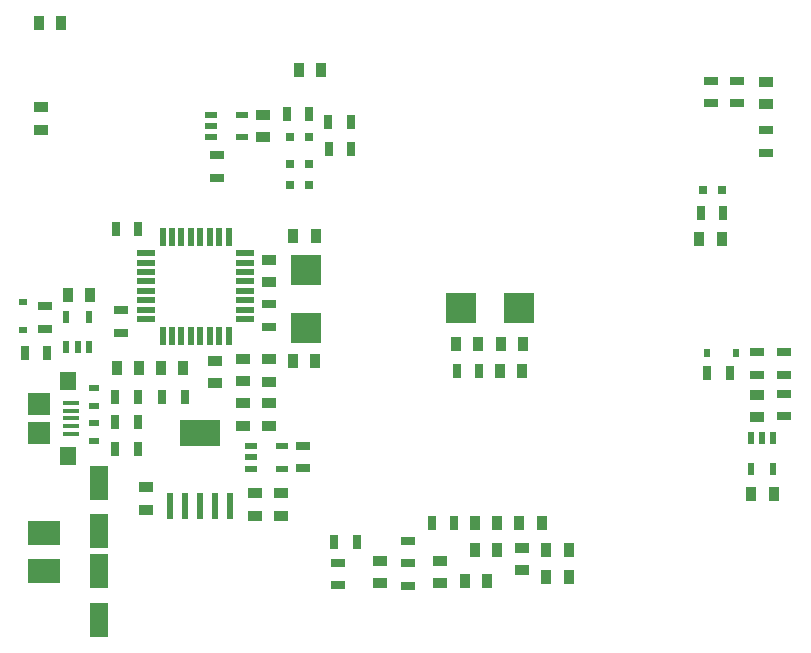
<source format=gtp>
G04*
G04 #@! TF.GenerationSoftware,Altium Limited,Altium Designer,20.1.11 (218)*
G04*
G04 Layer_Color=8421504*
%FSLAX25Y25*%
%MOIN*%
G70*
G04*
G04 #@! TF.SameCoordinates,693C8C31-8EEC-4DF3-A6D9-A21B1C167F78*
G04*
G04*
G04 #@! TF.FilePolarity,Positive*
G04*
G01*
G75*
%ADD14R,0.02700X0.02200*%
%ADD15R,0.02200X0.02700*%
%ADD16R,0.05118X0.02756*%
%ADD17R,0.02756X0.05118*%
%ADD18R,0.07480X0.07480*%
%ADD19R,0.05512X0.06299*%
%ADD20R,0.05315X0.01575*%
%ADD21R,0.03543X0.02362*%
%ADD22R,0.10236X0.09843*%
%ADD23R,0.09843X0.10236*%
%ADD24R,0.04331X0.02362*%
%ADD25R,0.02362X0.04331*%
%ADD26R,0.02362X0.08661*%
%ADD27R,0.13780X0.08661*%
%ADD28R,0.05906X0.02165*%
%ADD29R,0.02165X0.05906*%
%ADD30R,0.10630X0.07874*%
%ADD31R,0.05118X0.03543*%
%ADD32R,0.03543X0.05118*%
%ADD33R,0.03150X0.03150*%
%ADD34R,0.06299X0.11811*%
D14*
X3200Y103400D02*
D03*
Y113000D02*
D03*
D15*
X231100Y96000D02*
D03*
X240700D02*
D03*
D16*
X131400Y18260D02*
D03*
Y25740D02*
D03*
Y33240D02*
D03*
Y25760D02*
D03*
X247900Y88660D02*
D03*
Y96140D02*
D03*
X96358Y57480D02*
D03*
Y64961D02*
D03*
X256700Y82340D02*
D03*
Y74860D02*
D03*
X108100Y25840D02*
D03*
Y18360D02*
D03*
X256700Y88560D02*
D03*
Y96040D02*
D03*
X10400Y103920D02*
D03*
Y111400D02*
D03*
X250800Y162560D02*
D03*
Y170040D02*
D03*
X232400Y186540D02*
D03*
Y179060D02*
D03*
X241000Y186540D02*
D03*
Y179060D02*
D03*
X85200Y104660D02*
D03*
Y112140D02*
D03*
X35900Y110040D02*
D03*
Y102560D02*
D03*
X67700Y154260D02*
D03*
Y161740D02*
D03*
D17*
X49460Y81200D02*
D03*
X56940D02*
D03*
X114340Y33000D02*
D03*
X106860D02*
D03*
X3760Y95800D02*
D03*
X11240D02*
D03*
X236417Y142520D02*
D03*
X228937D02*
D03*
X155140Y89800D02*
D03*
X147660D02*
D03*
X90960Y175600D02*
D03*
X98440D02*
D03*
X231160Y89300D02*
D03*
X238640D02*
D03*
X146840Y39100D02*
D03*
X139360D02*
D03*
X33858Y63976D02*
D03*
X41339D02*
D03*
X41340Y72700D02*
D03*
X33860D02*
D03*
Y81300D02*
D03*
X41340D02*
D03*
X41400Y137200D02*
D03*
X33920D02*
D03*
X104960Y163800D02*
D03*
X112440D02*
D03*
X104860Y172800D02*
D03*
X112340D02*
D03*
D18*
X8500Y78732D02*
D03*
Y69283D02*
D03*
D19*
X18146Y61409D02*
D03*
Y86606D02*
D03*
D20*
X19031Y68890D02*
D03*
Y71449D02*
D03*
Y74008D02*
D03*
Y76567D02*
D03*
Y79126D02*
D03*
D21*
X26800Y66495D02*
D03*
Y72400D02*
D03*
Y84200D02*
D03*
Y78294D02*
D03*
D22*
X97400Y104309D02*
D03*
Y123600D02*
D03*
D23*
X168246Y111000D02*
D03*
X148954D02*
D03*
D24*
X89370Y57284D02*
D03*
Y64764D02*
D03*
X79134Y57284D02*
D03*
Y61024D02*
D03*
Y64764D02*
D03*
X65782Y175240D02*
D03*
Y171500D02*
D03*
Y167760D02*
D03*
X76018Y175240D02*
D03*
Y167760D02*
D03*
D25*
X253240Y67418D02*
D03*
X249500D02*
D03*
X245760D02*
D03*
X253240Y57182D02*
D03*
X245760D02*
D03*
X17560Y97682D02*
D03*
X21300D02*
D03*
X25040D02*
D03*
X17560Y107918D02*
D03*
X25040D02*
D03*
D26*
X52205Y44783D02*
D03*
X57205D02*
D03*
X62205D02*
D03*
X67205D02*
D03*
X72205D02*
D03*
D27*
X62205Y69193D02*
D03*
D28*
X77165Y107087D02*
D03*
Y110236D02*
D03*
Y113386D02*
D03*
Y116535D02*
D03*
Y119685D02*
D03*
Y122835D02*
D03*
Y125984D02*
D03*
Y129134D02*
D03*
X44094D02*
D03*
Y125984D02*
D03*
Y122835D02*
D03*
Y119685D02*
D03*
Y116535D02*
D03*
Y113386D02*
D03*
Y110236D02*
D03*
Y107087D02*
D03*
D29*
X71653Y134646D02*
D03*
X68504D02*
D03*
X65354D02*
D03*
X62205D02*
D03*
X59055D02*
D03*
X55905D02*
D03*
X52756D02*
D03*
X49606D02*
D03*
Y101575D02*
D03*
X52756D02*
D03*
X55905D02*
D03*
X59055D02*
D03*
X62205D02*
D03*
X65354D02*
D03*
X68504D02*
D03*
X71653D02*
D03*
D30*
X10100Y23302D02*
D03*
Y35900D02*
D03*
D31*
X169400Y23460D02*
D03*
Y30940D02*
D03*
X76300Y71560D02*
D03*
Y79040D02*
D03*
X89200Y49140D02*
D03*
Y41660D02*
D03*
X247900Y74460D02*
D03*
Y81940D02*
D03*
X85100Y79100D02*
D03*
Y71620D02*
D03*
X83100Y167860D02*
D03*
Y175340D02*
D03*
X44200Y43620D02*
D03*
Y51100D02*
D03*
X142100Y26640D02*
D03*
Y19160D02*
D03*
X122000Y26640D02*
D03*
Y19160D02*
D03*
X80400Y41620D02*
D03*
Y49100D02*
D03*
X250800Y186240D02*
D03*
Y178760D02*
D03*
X9100Y177740D02*
D03*
Y170260D02*
D03*
X67224Y85728D02*
D03*
Y93209D02*
D03*
X85200Y126840D02*
D03*
Y119360D02*
D03*
X76378Y86417D02*
D03*
Y93898D02*
D03*
X85100Y86320D02*
D03*
Y93800D02*
D03*
D32*
X177560Y21300D02*
D03*
X185040D02*
D03*
X228460Y133800D02*
D03*
X235940D02*
D03*
X41780Y91000D02*
D03*
X34300D02*
D03*
X25540Y115100D02*
D03*
X18060D02*
D03*
X253340Y49000D02*
D03*
X245860D02*
D03*
X162320Y98700D02*
D03*
X169800D02*
D03*
X147420D02*
D03*
X154900D02*
D03*
X175980Y39100D02*
D03*
X168500D02*
D03*
X153720D02*
D03*
X161200D02*
D03*
X161200Y30300D02*
D03*
X153720D02*
D03*
X94960Y190200D02*
D03*
X102440D02*
D03*
X162060Y89800D02*
D03*
X169540D02*
D03*
X185040Y30200D02*
D03*
X177560D02*
D03*
X15840Y205700D02*
D03*
X8360D02*
D03*
X157840Y19900D02*
D03*
X150360D02*
D03*
X93060Y93100D02*
D03*
X100540D02*
D03*
X93160Y134900D02*
D03*
X100640D02*
D03*
X56540Y91000D02*
D03*
X49060D02*
D03*
D33*
X98450Y151900D02*
D03*
X92150D02*
D03*
X98350Y159000D02*
D03*
X92050D02*
D03*
X98350Y167700D02*
D03*
X92050D02*
D03*
X236122Y150295D02*
D03*
X229823D02*
D03*
D34*
X28400Y23071D02*
D03*
Y6929D02*
D03*
X28300Y36400D02*
D03*
Y52542D02*
D03*
M02*

</source>
